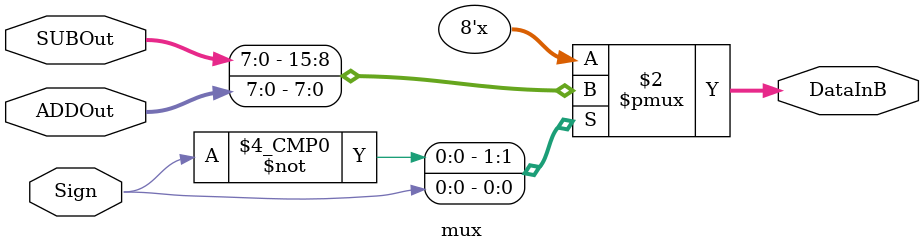
<source format=v>
/* Module for 2-to-1 MUX */
module mux(DataInB, Sign, ADDOut, SUBOut);

/* Define I/O */
output [7:0]DataInB;
input Sign;
input [7:0]ADDOut;
input [7:0]SUBOut;

/* Define reg and wires */
reg [7:0]DataInB;

always @ (Sign or ADDOut or SUBOut)
begin
    case(Sign)
    1'b0: DataInB = SUBOut;
    1'b1: DataInB = ADDOut;
    default: DataInB = SUBOut;
    endcase
end

endmodule
</source>
